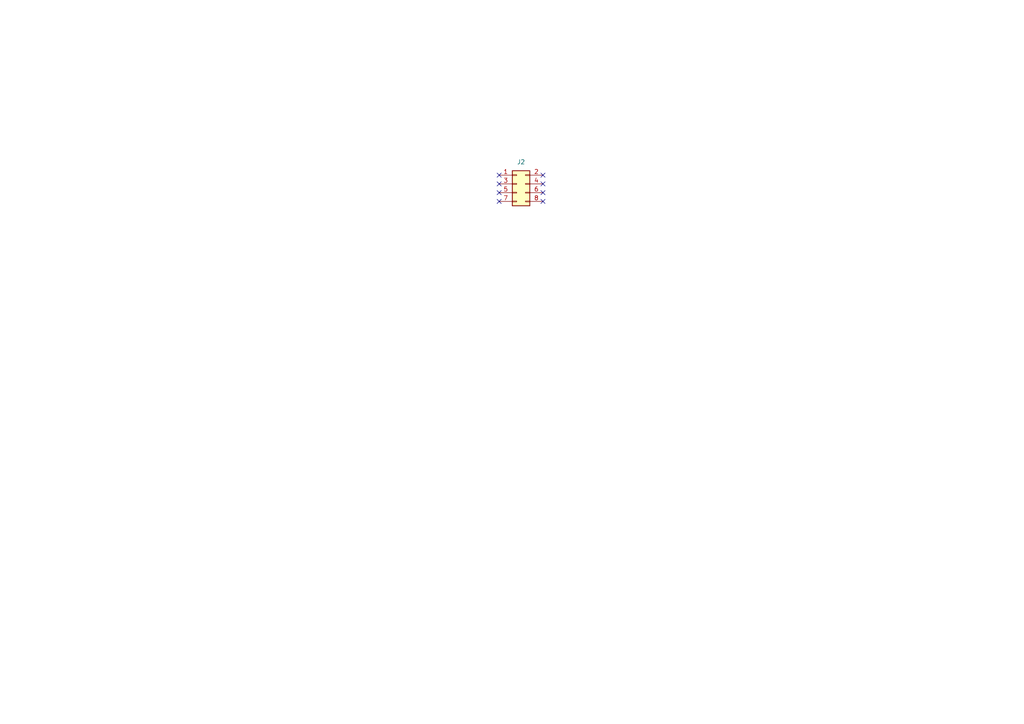
<source format=kicad_sch>
(kicad_sch (version 20231120) (generator "eeschema") (generator_version "8.0")
  (paper "A4")
  (lib_symbols
    (symbol "kicad_inventree_lib:PinHeader_02x04_P2.54_THT_angle" (pin_names (offset 1.016) hide)
      (property "Reference" "J" (at 1.27 5.08 0))
      (property "Value" "PinHeader_02x04_P2.54_THT_angle" (at 1.27 -7.62 0))
      (symbol "PinHeader_02x04_P2.54_THT_angle_1_1"
        (rectangle (start -1.27 -4.953) (end 0 -5.207) (stroke (width 0.1524)))
        (rectangle (start -1.27 -2.413) (end 0 -2.667) (stroke (width 0.1524)))
        (rectangle (start -1.27 0.127) (end 0 -0.127) (stroke (width 0.1524)))
        (rectangle (start -1.27 2.667) (end 0 2.413) (stroke (width 0.1524)))
        (rectangle (start -1.27 3.81) (end 3.81 -6.35) (stroke (width 0.254)) (fill (type background)))
        (rectangle (start 3.81 -4.953) (end 2.54 -5.207) (stroke (width 0.1524)))
        (rectangle (start 3.81 -2.413) (end 2.54 -2.667) (stroke (width 0.1524)))
        (rectangle (start 3.81 0.127) (end 2.54 -0.127) (stroke (width 0.1524)))
        (rectangle (start 3.81 2.667) (end 2.54 2.413) (stroke (width 0.1524)))
        (pin passive line (at -5.08 2.54 0) (length 3.81) (name "Pin_1") (number "1"))
        (pin passive line (at 7.62 2.54 180) (length 3.81) (name "Pin_2") (number "2"))
        (pin passive line (at -5.08 0 0) (length 3.81) (name "Pin_3") (number "3"))
        (pin passive line (at 7.62 0 180) (length 3.81) (name "Pin_4") (number "4"))
        (pin passive line (at -5.08 -2.54 0) (length 3.81) (name "Pin_5") (number "5"))
        (pin passive line (at 7.62 -2.54 180) (length 3.81) (name "Pin_6") (number "6"))
        (pin passive line (at -5.08 -5.08 0) (length 3.81) (name "Pin_7") (number "7"))
        (pin passive line (at 7.62 -5.08 180) (length 3.81) (name "Pin_8") (number "8"))
      )
    )
  )
  (no_connect (at 157.48 55.88))
  (no_connect (at 144.78 53.34))
  (no_connect (at 157.48 53.34))
  (no_connect (at 157.48 58.42))
  (no_connect (at 144.78 50.8))
  (no_connect (at 144.78 58.42))
  (no_connect (at 157.48 50.8))
  (no_connect (at 144.78 55.88))
  (symbol (lib_id "kicad_inventree_lib:PinHeader_02x04_P2.54_THT_angle") (at 149.86 53.34 0) (unit 1)
    (property "Reference" "J2" (at 151.13 46.99 0))
    (property "Value" "PinHeader_02x04_P2.54_THT_angle" (effects (hide yes)))
    (property "Footprint" "Connector_PinHeader_2.54mm:PinHeader_2x04_P2.54mm_Horizontal" (effects (hide yes)))
    (property "Datasheet" "http://inventree.network/part/128/" (effects (hide yes)))
    (property "Description" "Generic connector, double row, 02x04, odd/even pin numbering scheme (row 1 odd numbers, row 2 even numbers), script generated (kicad-library-utils/schlib/autogen/connector/)" (effects (hide yes)))
    (property "part_ipn" "PinHeader_02x04_P2.54_THT_angle" (effects (hide yes)))
  )
)
</source>
